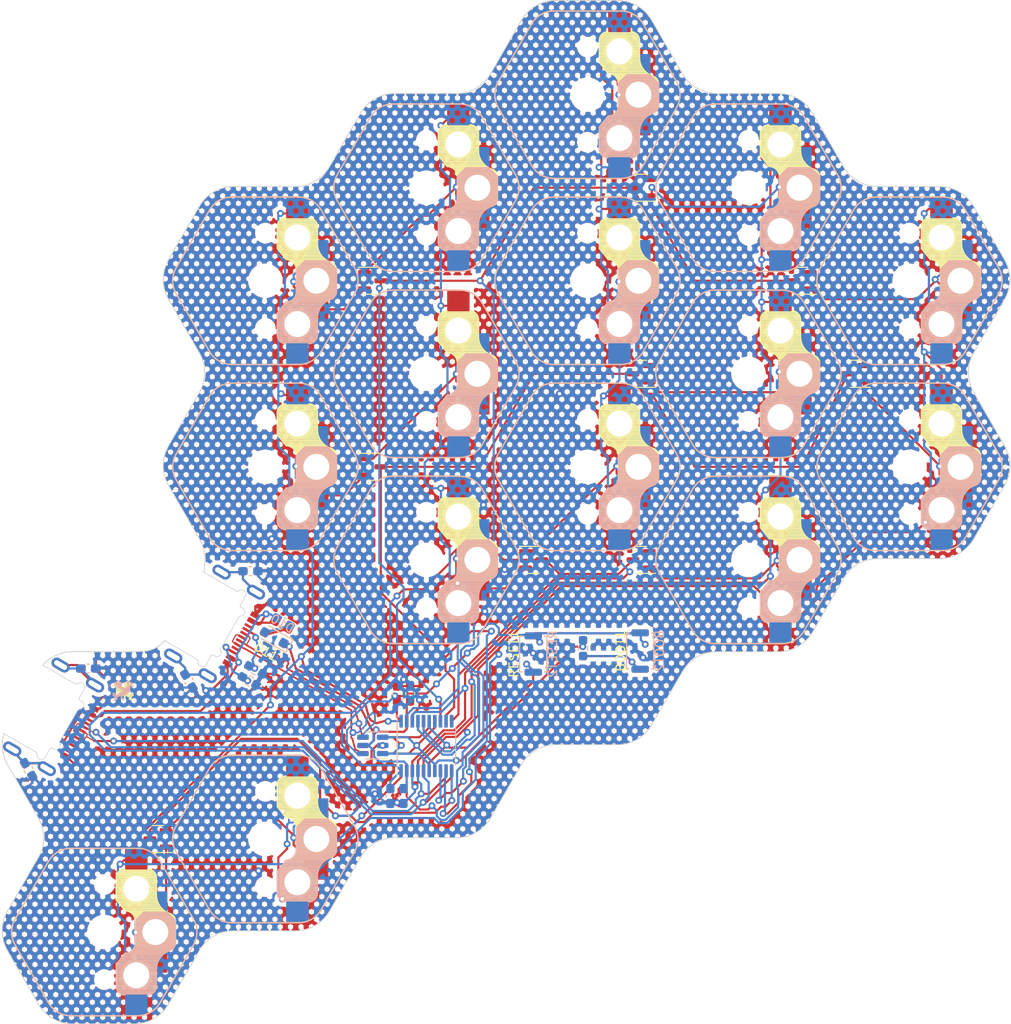
<source format=kicad_pcb>
(kicad_pcb
	(version 20240108)
	(generator "pcbnew")
	(generator_version "8.0")
	(general
		(thickness 1.6)
		(legacy_teardrops no)
	)
	(paper "A4")
	(layers
		(0 "F.Cu" signal)
		(31 "B.Cu" signal)
		(32 "B.Adhes" user "B.Adhesive")
		(33 "F.Adhes" user "F.Adhesive")
		(34 "B.Paste" user)
		(35 "F.Paste" user)
		(36 "B.SilkS" user "B.Silkscreen")
		(37 "F.SilkS" user "F.Silkscreen")
		(38 "B.Mask" user)
		(39 "F.Mask" user)
		(40 "Dwgs.User" user "User.Drawings")
		(41 "Cmts.User" user "User.Comments")
		(42 "Eco1.User" user "User.Eco1")
		(43 "Eco2.User" user "User.Eco2")
		(44 "Edge.Cuts" user)
		(45 "Margin" user)
		(46 "B.CrtYd" user "B.Courtyard")
		(47 "F.CrtYd" user "F.Courtyard")
		(48 "B.Fab" user)
		(49 "F.Fab" user)
		(50 "User.1" user)
		(51 "User.2" user)
		(52 "User.3" user)
		(53 "User.4" user)
		(54 "User.5" user)
		(55 "User.6" user)
		(56 "User.7" user)
		(57 "User.8" user)
		(58 "User.9" user)
	)
	(setup
		(pad_to_mask_clearance 0)
		(allow_soldermask_bridges_in_footprints no)
		(pcbplotparams
			(layerselection 0x00010fc_ffffffff)
			(plot_on_all_layers_selection 0x0000000_00000000)
			(disableapertmacros no)
			(usegerberextensions no)
			(usegerberattributes yes)
			(usegerberadvancedattributes yes)
			(creategerberjobfile yes)
			(dashed_line_dash_ratio 12.000000)
			(dashed_line_gap_ratio 3.000000)
			(svgprecision 4)
			(plotframeref no)
			(viasonmask no)
			(mode 1)
			(useauxorigin no)
			(hpglpennumber 1)
			(hpglpenspeed 20)
			(hpglpendiameter 15.000000)
			(pdf_front_fp_property_popups yes)
			(pdf_back_fp_property_popups yes)
			(dxfpolygonmode yes)
			(dxfimperialunits yes)
			(dxfusepcbnewfont yes)
			(psnegative no)
			(psa4output no)
			(plotreference yes)
			(plotvalue yes)
			(plotfptext yes)
			(plotinvisibletext no)
			(sketchpadsonfab no)
			(subtractmaskfromsilk no)
			(outputformat 1)
			(mirror no)
			(drillshape 0)
			(scaleselection 1)
			(outputdirectory "production-files/")
		)
	)
	(net 0 "")
	(net 1 "+3.3V")
	(net 2 "Net-(CH1-Pad2)")
	(net 3 "Net-(CH2-Pad2)")
	(net 4 "GND")
	(net 5 "Net-(CH4-Pad2)")
	(net 6 "Net-(CH5-Pad2)")
	(net 7 "+5V")
	(net 8 "Net-(CH6-Pad2)")
	(net 9 "c1")
	(net 10 "c2")
	(net 11 "unconnected-(D6-A-Pad2)")
	(net 12 "Net-(CH8-Pad2)")
	(net 13 "unconnected-(D7-A-Pad2)")
	(net 14 "Net-(CH9-Pad2)")
	(net 15 "unconnected-(D8-A-Pad2)")
	(net 16 "c3")
	(net 17 "c4")
	(net 18 "Net-(CH11-Pad2)")
	(net 19 "c5")
	(net 20 "Net-(CH13-Pad2)")
	(net 21 "Net-(CH14-Pad2)")
	(net 22 "r1")
	(net 23 "r2")
	(net 24 "r3")
	(net 25 "Net-(D10-A)")
	(net 26 "VBUS")
	(net 27 "unconnected-(U2-P11-Pad8)")
	(net 28 "unconnected-(U2-P10-Pad7)")
	(net 29 "RST")
	(net 30 "unconnected-(U1-P10-Pad7)")
	(net 31 "unconnected-(U1-P11-Pad8)")
	(net 32 "UDP")
	(net 33 "UDM")
	(net 34 "PORT-")
	(net 35 "PORT+")
	(net 36 "Net-(D11-A)")
	(net 37 "Net-(J3-SHIELD)")
	(net 38 "Net-(J3-CC1)")
	(net 39 "Net-(J3-CC2)")
	(net 40 "BOOT")
	(net 41 "Net-(CH7-Pad2)")
	(net 42 "Net-(CH10-Pad2)")
	(net 43 "Net-(CH3-Pad2)")
	(net 44 "Net-(CH15-Pad2)")
	(net 45 "Net-(CH12-Pad2)")
	(net 46 "unconnected-(U1-P12-Pad17)")
	(net 47 "unconnected-(U1-P13-Pad16)")
	(net 48 "unconnected-(J2-CC1-PadA5)")
	(net 49 "RX_L_TX_R")
	(net 50 "TX_L_RX_R")
	(net 51 "unconnected-(J2-CC2-PadB5)")
	(net 52 "Net-(J2-SHIELD)")
	(net 53 "unconnected-(U2-P31-Pad9)")
	(net 54 "unconnected-(U2-P30-Pad10)")
	(footprint "Capacitor_SMD:C_0603_1608Metric_Pad1.08x0.95mm_HandSolder" (layer "F.Cu") (at 63.480354 111.127422 -60))
	(footprint "Capacitor_SMD:C_0603_1608Metric_Pad1.08x0.95mm_HandSolder" (layer "F.Cu") (at 106.075604 102.322869 90))
	(footprint "Fuse:Fuse_0603_1608Metric_Pad1.05x0.95mm_HandSolder" (layer "F.Cu") (at 92.737756 94.390417 150))
	(footprint "s-ol:PG1350_hotswap_reversible" (layer "F.Cu") (at 72.239282 129.876369 90))
	(footprint "s-ol:PG1350_hotswap_reversible" (layer "F.Cu") (at 128.097925 54.626369 90))
	(footprint "s-ol:PG1350_hotswap_reversible" (layer "F.Cu") (at 109.478376 86.876369 90))
	(footprint "Resistor_SMD:R_0603_1608Metric_Pad0.98x0.95mm_HandSolder" (layer "F.Cu") (at 89.740556 99.58172 -30))
	(footprint "Capacitor_SMD:C_0603_1608Metric_Pad1.08x0.95mm_HandSolder" (layer "F.Cu") (at 89.128412 88.180929))
	(footprint "Package_TO_SOT_SMD:SOT-23" (layer "F.Cu") (at 103.27186 76.12637))
	(footprint "Capacitor_SMD:C_0603_1608Metric_Pad1.08x0.95mm_HandSolder" (layer "F.Cu") (at 82.016414 100.880928 -60))
	(footprint "s-ol:PG1350_hotswap_reversible"
		(layer "F.Cu")
		(uuid "66c963be-f03a-4c94-a1ed-48cce683553d")
		(at 90.858828 76.12637 90)
		(property "Reference" "CH2"
			(at 7.5 -5.9 90)
			(unlocked yes)
			(layer "F.SilkS")
			(hide yes)
			(uuid "d7db846f-49a1-43a3-90ee-38b8f195ff6c")
			(effects
				(font
					(size 1 1)
					(thickness 0.15)
				)
				(justify right)
			)
		)
		(property "Value" "choc_SW_HS"
			(at 0.35 1.9 90)
			(unlocked yes)
			(layer "F.Fab")
			(uuid "739d0cb8-2fc3-4e89-8697-f0073716a26c")
			(effects
				(font
					(size 1 1)
					(thickness 0.15)
				)
			)
		)
		(property "Footprint" "s-ol:PG1350_hotswap_reversible"
			(at 0 0 90)
			(unlocked yes)
			(layer "F.Fab")
			(hide yes)
			(uuid "920bde80-7815-4a95-a46c-dee9d3fbe637")
			(effects
				(font
					(size 1.27 1.27)
				)
			)
		)
		(property "Datasheet" ""
			(at 0 0 90)
			(unlocked yes)
			(layer "F.Fab")
			(hide yes)
			(uuid "a0010cb3-fc5e-4cf6-a0d5-cea7871d1234")
			(effects
				(font
					(size 1.27 1.27)
				)
			)
		)
		(property "Description" ""
			(at 0 0 90)
			(unlocked yes)
			(layer "F.Fab")
			(hide yes)
			(uuid "4d5b106b-b631-46f9-89e2-fccf83cb7ba3")
			(effects
				(font
					(size 1.27 1.27)
				)
			)
		)
		(path "/d4bdf8df-97e5-4f3c-98d7-90f9d499326f")
		(sheetname "Root")
		(sheetfile "nunchuck.kicad_sch")
		(attr smd)
		(fp_line
			(start 1.5 -10.305702)
			(end 8.174999 -6.451889)
			(stroke
				(width 0.15)
				(type solid)
			)
			(layer "B.SilkS")
			(uuid "62591023-0b78-49e5-8102-012fe5c4130e")
		)
		(fp_line
			(start -8.175 -6.451889)
			(end -1.499999 -10.305702)
			(stroke
				(width 0.15)
				(type solid)
			)
			(layer "B.SilkS")
			(uuid "5f243410-6987-412c-90d3-760394561d44")
		)
		(fp_line
			(start 9.674998 -3.853813)
			(end 9.675 3.853813)
			(stroke
				(width 0.15)
				(type solid)
			)
			(layer "B.SilkS")
			(uuid "e018cb85-0f83-4645-8f28-fb4c30c42f33")
		)
		(fp_line
			(start -3.725 1.375)
			(end -6.275 1.375)
			(stroke
				(width 0.15)
				(type solid)
			)
			(layer "B.SilkS")
			(uuid "f5c1f250-3433-472d-8967-418e67946143")
		)
		(fp_line
			(start -3.725 1.375)
			(end -2.45 2.4)
			(stroke
				(width 0.15)
				(type solid)
			)
			(layer "B.SilkS")
			(uuid "927f7c95-7978-4f40-8297-febd75ebd515")
		)
		(fp_line
			(start 1.3 3.575)
			(end -1.275 3.575)
			(stroke
				(width 0.15)
				(type solid)
			)
			(layer "B.SilkS")
			(uuid "3a167d6a-07dc-446a-9147-b0839f1e9440")
		)
		(fp_line
			(start 1.3 3.575)
			(end 2.325 4.6)
			(stroke
				(width 0.15)
				(type solid)
			)
			(layer "B.SilkS")
			(uuid "4388a5c3-e8c6-44c4-b524-52634dcd7f4d")
		)
		(fp_line
			(start -1.8 3.599999)
			(end -4.65 5.9)
			(stroke
				(width 0.12)
				(type solid)
			)
			(layer "B.SilkS")
			(uuid "5a0fa5d9-fb6a-4c8e-ac44-01c36ab70b19")
		)
		(fp_line
			(start 0.9 3.65)
			(end -1.8 7.95)
			(stroke
				(width 0.12)
				(type solid)
			)
			(layer "B.SilkS")
			(uuid "3ae4cf30-f04e-46a5-8849-c42c35d4ae62")
		)
		(fp_line
			(start -9.674998 3.853813)
			(end -9.674999 -3.853812)
			(stroke
				(width 0.15)
				(type solid)
			)
			(layer "B.SilkS")
			(uuid "d9f4df44-cc34-48ae-bd59-8714bfbd6c11")
		)
		(fp_line
			(start 2.3 4.575)
			(end 2.299999 7.225)
			(stroke
				(width 0.15)
				(type solid)
			)
			(layer "B.SilkS")
			(uuid "eb9ddb3b-4751-411a-b4a7-94977416fc9e")
		)
		(fp_line
			(start -7.15 5.5)
			(end -7.15 1.9)
			(stroke
				(width 0.15)
				(type solid)
			)
			(layer "B.SilkS")
			(uuid "a3c94653-d0d6-43e0-9d46-df7b429ae045")
		)
		(fp_line
			(start -7 5.7)
			(end -7 1.7)
			(stroke
				(width 0.15)
				(type solid)
			)
			(layer "B.SilkS")
			(uuid "033c92f0-05f6-4bcc-ab95-a1a312bead15")
		)
		(fp_line
			(start -6.85 5.8)
			(end -6.85 1.6)
			(stroke
				(width 0.15)
				(type solid)
			)
			(layer "B.SilkS")
			(uuid "c53968ac-8638-49ff-be68-e267432bdb64")
		)
		(fp_line
			(start -4.65 5.9)
			(end -4.65 1.4)
			(stroke
				(width 0.12)
				(type solid)
			)
			(layer "B.SilkS")
			(uuid "9f2cfd4c-a255-4d83-8a6e-409b7b6a31fb")
		)
		(fp_line
			(start -6.7 5.9)
			(end -6.7 1.5)
			(stroke
				(width 0.15)
				(type solid)
			)
			(layer "B.SilkS")
			(uuid "951e60cf-c8d8-480d-9d16-2396c97cac3f")
		)
		(fp_line
			(start -6.55 5.95)
			(end -6.55 1.45)
			(stroke
				(width 0.15)
				(type solid)
			)
			(layer "B.SilkS")
			(uuid "30f83d83-ada0-41ab-aaa0-74940a8ff4fb")
		)
		(fp_line
			(start -4.75 5.999999)
			(end -4.750001 1.4)
			(stroke
				(width 0.15)
				(type solid)
			)
			(layer "B.SilkS")
			(uuid "18544c30-c457-4da4-9d3e-52ce109a2256")
		)
		(fp_line
			(start -5.5 5.999999)
			(end -5.5 1.4)
			(stroke
				(width 0.15)
				(type solid)
			)
			(layer "B.SilkS")
			(uuid "021f438c-2ccc-4b6f-bc67-38a69547c818")
		)
		(fp_line
			(start -5.65 5.999999)
			(end -5.650001 1.4)
			(stroke
				(width 0.15)
				(type solid)
			)
			(layer "B.SilkS")
			(uuid "a5eb3120-7e99-4e26-ac30-1a46e817c1ca")
		)
		(fp_line
			(start -6.4 5.999999)
			(end -6.4 1.45)
			(stroke
				(width 0.15)
				(type solid)
			)
			(layer "B.SilkS")
			(uuid "ae40e372-fb8c-456a-8d0f-ccc259d58d15")
		)
		(fp_line
			(start -4.149999 6)
			(end -4.15 1.45)
			(stroke
				(width 0.15)
				(type solid)
			)
			(layer "B.SilkS")
			(uuid "da18b622-921a-4d4e-a00e-80f34d3380f4")
		)
		(fp_line
			(start -4.3 6)
			(end -4.3 1.4)
			(stroke
				(width 0.15)
				(type solid)
			)
			(layer "B.SilkS")
			(uuid "4c98f40d-3cb5-4051-9425-8964e474e04a")
		)
		(fp_line
			(start -4.45 6)
			(end -4.45 1.4)
			(stroke
				(width 0.15)
				(type solid)
			)
			(layer "B.SilkS")
			(uuid "6a9b7f0d-0268-47b8-95f9-d5716c05d90a")
		)
		(fp_line
			(start -4.6 6)
			(end -4.6 1.4)
			(stroke
				(width 0.15)
				(type solid)
			)
			(layer "B.SilkS")
			(uuid "7bb6eab1-fd23-4036-910b-d2557772f8de")
		)
		(fp_line
			(start -4.899999 6)
			(end -4.9 1.400001)
			(stroke
				(width 0.15)
				(type solid)
			)
			(layer "B.SilkS")
			(uuid "aabe9ae3-101b-446b-86d8-738f0d982992")
		)
		(fp_line
			(start -5.05 6)
			(end -5.05 1.400001)
			(stroke
				(width 0.15)
				(type solid)
			)
			(layer "B.SilkS")
			(uuid "09b37b05-7630-44d2-af10-560828eac656")
		)
		(fp_line
			(start -5.2 6)
			(end -5.2 1.4)
			(stroke
				(width 0.15)
				(type solid)
			)
			(layer "B.SilkS")
			(uuid "fe58c5fa-db76-40aa-a98f-4f0b4e814ca1")
		)
		(fp_line
			(start -5.35 6)
			(end -5.35 1.4)
			(stroke
				(width 0.15)
				(type solid)
			)
			(layer "B.SilkS")
			(uuid "b06383e3-3be0-4f68-82a8-99fbc3486e4b")
		)
		(fp_line
			(start -5.799999 6)
			(end -5.8 1.400001)
			(stroke
				(width 0.15)
				(type solid)
			)
			(layer "B.SilkS")
			(uuid "94427047-70d9-4b42-bee2-3583b1a5f059")
		)
		(fp_line
			(start -5.95 6)
			(end -5.95 1.4)
			(stroke
				(width 0.15)
				(type solid)
			)
			(layer "B.SilkS")
			(uuid "c9447c7a-c3ab-4130-93e6-ecbb3d3bdc60")
		)
		(fp_line
			(start -6.1 6)
			(end -6.1 1.4)
			(stroke
				(width 0.15)
				(type solid)
			)
			(layer "B.SilkS")
			(uuid "aae8e953-595c-4800-ab1e-26d9c996098b")
		)
		(fp_line
			(start -6.25 6)
			(end -6.25 1.4)
			(stroke
				(width 0.15)
				(type solid)
			)
			(layer "B.SilkS")
			(uuid "9569f20d-4304-4c1e-9fe6-851ae49e2711")
		)
		(fp_line
			(start -4.3 6.025)
			(end -6.275 6.025)
			(stroke
				(width 0.15)
				(type solid)
			)
			(layer "B.SilkS")
			(uuid "37bcd6f3-2ce9-42e3-acd4-4667ae8e00d4")
		)
		(fp_line
			(start -3.7 6.05)
			(end -3.7 1.45)
			(stroke
				(width 0.15)
				(type solid)
			)
			(layer "B.SilkS")
			(uuid "1979e851-47a6-481a-9eaf-e8290b0d6f4c")
		)
		(fp_line
			(start -3.85 6.05)
			(end -3.85 1.4)
			(stroke
				(width 0.15)
				(type solid)
			)
			(layer "B.SilkS")
			(uuid "c9c3ed07-f863-4cc2-abae-10998b6f9c0d")
		)
		(fp_line
			(start -4 6.05)
			(end -4.000001 1.4)
			(stroke
				(width 0.15)
				(type solid)
			)
			(layer "B.SilkS")
			(uuid "69c34c42-7138-4721-8a5c-62eb043128c9")
		)
		(fp_line
			(start -3.55 6.1)
			(end -3.55 1.55)
			(stroke
				(width 0.15)
				(type solid)
			)
			(layer "B.SilkS")
			(uuid "2b83110c-54cd-4156-b2d5-9dc23b0fc26f")
		)
		(fp_line
			(start -3.4 6.200001)
			(end -3.4 1.65)
			(stroke
				(width 0.15)
				(type solid)
			)
			(layer "B.SilkS")
			(uuid "2fd75816-13e5-4f55-b23f-c8502b038a33")
		)
		(fp_line
			(start -3.25 6.25)
			(end -3.250001 1.8)
			(stroke
				(width 0.15)
				(type solid)
			)
			(layer "B.SilkS")
			(uuid "c68e1377-8032-45de-8b8f-a34d721c959c")
		)
		(fp_line
			(start -3.1 6.35)
			(end -3.1 1.9)
			(stroke
				(width 0.15)
				(type solid)
			)
			(layer "B.SilkS")
			(uuid "b7a1d5cd-75f6-4ff7-8f6b-fb90d0145819")
		)
		(fp_line
			(start -2.95 6.45)
			(end -2.95 2.05)
			(stroke
				(width 0.15)
				(type solid)
			)
			(layer "B.SilkS")
			(uuid "59a2d0db-6980-427f-a9ba-5d533e5bd2b6")
		)
		(fp_line
			(start 8.175 6.451889)
			(end 1.499999 10.305702)
			(stroke
				(width 0.15)
				(type solid)
			)
			(layer "B.SilkS")
			(uuid "bb6173f4-3bc9-4634-a1e7-3ebfa20d4c3a")
		)
		(fp_line
			(start -2.8 6.55)
			(end -2.8 2.15)
			(stroke
				(width 0.15)
				(type solid)
			)
			(layer "B.SilkS")
			(uuid "83da6661-99a1-4735-9d34-96c43cc5514a")
		)
		(fp_line
			(start -2.65 6.7)
			(end -2.65 2.25)
			(stroke
				(width 0.15)
				(type solid)
			)
			(layer "B.SilkS")
			(uuid "1b5c3874-2e95-4c47-a297-d596e1470a54")
		)
		(fp_line
			(start -2.5 6.85)
			(end -2.5 2.4)
			(stroke
				(width 0.15)
				(type solid)
			)
			(layer "B.SilkS")
			(uuid "bd2b152a-5dc8-4c78-bdcf-65aafa0008c0")
		)
		(fp_line
			(start -2.4 7.05)
			(end -2.4 2.9)
			(stroke
				(width 0.15)
				(type solid)
			)
			(layer "B.SilkS")
			(uuid "f0d1ceff-9a22-4eea-adb4-d37ee138565f")
		)
		(fp_line
			(start -2.3 7.2)
			(end -2.299999 3.05)
			(stroke
				(width 0.15)
				(type solid)
			)
			(layer "B.SilkS")
			(uuid "224f2b8a-0a0d-4902-831f-b6ce4b8772ed")
		)
		(fp_line
			(start 2.15 7.35)
			(end 2.15 4.45)
			(stroke
				(width 0.15)
				(type solid)
			)
			(layer "B.SilkS")
			(uuid "c9a7d82d-deab-4383-b885-df5285f8308b")
		)
		(fp_line
			(start -2.2 7.4)
			(end -2.2 3.25)
			(stroke
				(width 0.15)
				(type solid)
			)
			(layer "B.SilkS")
			(uuid "09f4c09b-3008-4149-ae96-fbf6fca69ede")
		)
		(fp_line
			(start 2.05 7.45)
			(end 2.05 4.35)
			(stroke
				(width 0.15)
				(type solid)
			)
			(layer "B.SilkS")
			(uuid "02fb9d50-82a9-41ca-84d7-fc09f524f82d")
		)
		(fp_line
			(start 1.95 7.55)
			(end 1.95 4.25)
			(stroke
				(width 0.15)
				(type solid)
			)
			(layer "B.SilkS")
			(uuid "63cae397-1645-4e04-8db5-d65663eb7868")
		)
		(fp_line
			(start -2.1 7.55)
			(end -2.1 3.35)
			(stroke
				(width 0.15)
				(type solid)
			)
			(layer "B.SilkS")
			(uuid "c04c260b-bf59-4bfd-a803-defa6fbb305f")
		)
		(fp_line
			(start 1.85 7.65)
			(end 1.85 4.15)
			(stroke
				(width 0.15)
				(type solid)
			)
			(layer "B.SilkS")
			(uuid "859f3b31-345a-48f1-8476-f3b3294d401e")
		)
		(fp_line
			(start 1.7 7.8)
			(end 1.7 4)
			(stroke
				(width 0.15)
				(type solid)
			)
			(layer "B.SilkS")
			(uuid "3e4befbc-99aa-489c-b815-56d23150c3b8")
		)
		(fp_line
			(start -2 7.8)
			(end -2 3.4)
			(stroke
				(width 0.15)
				(type solid)
			)
			(layer "B.SilkS")
			(uuid "dbca23c8-a68a-4b50-a2b5-202a360276c7")
		)
		(fp_line
			(start 1.55 7.95)
			(end 1.55 3.85)
			(stroke
				(width 0.15)
				(type solid)
			)
			(layer "B.SilkS")
			(uuid "441f8677-f267-46ef-8dfe-04c72ff92641")
		)
		(fp_line
			(start -1.8 7.95)
			(end -1.8 3.599999)
			(stroke
				(width 0.12)
				(type solid)
			)
			(layer "B.SilkS")
			(uuid "08371e6d-9db2-4f61-a0f6-a429f4796d7b")
		)
		(fp_line
			(start -1.9 7.95)
			(end -1.9 3.45)
			(stroke
				(width 0.15)
				(type solid)
			)
			(layer "B.SilkS")
			(uuid "fe73f24c-7f4e-4741-ad5c-08ba2d4d2078")
		)
		(fp_line
			(start -1.75 8.050001)
			(end -1.75 3.5)
			(stroke
				(width 0.15)
				(type solid)
			)
			(layer "B.SilkS")
			(uuid "b3978101-17c5-4433-86c3-b2ac623ecbcb")
		)
		(fp_line
			(start 1.4 8.1)
			(end 1.4 3.7)
			(stroke
				(width 0.15)
				(type solid)
			)
			(layer "B.SilkS")
			(uuid "f244b395-78e4-4be6-a141-d2fab502e9ff")
		)
		(fp_line
			(start 0.9 8.1)
			(end 0.9 3.65)
			(stroke
				(width 0.12)
				(type solid)
			)
			(layer "B.SilkS")
			(uuid "2c4a335c-0542-458a-8e05-1e24bcf5ce22")
		)
		(fp_line
			(start -1.6 8.15)
			(end -1.6 3.599999)
			(stroke
				(width 0.15)
				(type solid)
			)
			(layer "B.SilkS")
			(uuid "1a8d80ca-49eb-4942-87db-6439e4d78da4")
		)
		(fp_line
			(start 1.25 8.2)
			(end 1.25 3.6)
			(stroke
				(width 0.15)
				(type solid)
			)
			(layer "B.SilkS")
			(uuid "c2cf2130-4b29-4aa7-8f45-d0d13bb739b5")
		)
		(fp_line
			(start 1.1 8.2)
			(end 1.1 3.6)
			(stroke
				(width 0.15)
				(type solid)
			)
			(layer "B.SilkS")
			(uuid "74df2178-51bf-47b0-b527-5f655ab0aa8b")
		)
		(fp_line
			(start 0.95 8.2)
			(end 0.95 3.6)
			(stroke
				(width 0.15)
				(type solid)
			)
			(layer "B.SilkS")
			(uuid "5e87bbef-01a5-49cc-afaa-fe07a85a8614")
		)
		(fp_line
			(start 0.8 8.2)
			(end 0.8 3.599999)
			(stroke
				(width 0.15)
				(type solid)
			)
			(layer "B.SilkS")
			(uuid "a6f175f4-a70d-499d-b6d2-fdd8be655ebc")
		)
		(fp_line
			(start 0.650001 8.2)
			(end 0.650001 3.6)
			(stroke
				(width 0.15)
				(type solid)
			)
			(layer "B.SilkS")
			(uuid "2038a3f3-3865-44c0-9cc3-a23c11cafc31")
		)
		(fp_line
			(start 0.5 8.2)
			(end 0.5 3.6)
			(stroke
				(width 0.15)
				(type solid)
			)
			(layer "B.SilkS")
			(uuid "490c01d2-eb44-4481-8128-0b83ccbcf9e0")
		)
		(fp_line
			(start 0.35 8.2)
			(end 0.35 3.6)
			(stroke
				(width 0.15)
				(type solid)
			)
			(layer "B.SilkS")
			(uuid "12d83ad9-6c86-4f4c-b6f3-1e99ab60667e")
		)
		(fp_line
			(start 0.2 8.2)
			(end 0.2 3.6)
			(stroke
				(width 0.15)
				(type solid)
			)
			(layer "B.SilkS")
			(uuid "ec22e9c1-23e2-43d1-b0c7-a7952bfaa5b9")
		)
		(fp_line
			(start 0.05 8.2)
			(end 0.05 3.599999)
			(stroke
				(width 0.15)
				(type solid)
			)
			(layer "B.SilkS")
			(uuid "5cb443c5-39a5-4c28-a02c-856a3804a333")
		)
		(fp_line
			(start -0.1 8.2)
			(end -0.1 3.599999)
			(stroke
				(width 0.15)
				(type solid)
			)
			(layer "B.SilkS")
			(uuid "4b3439ab-5802-419f-a9a7-267d574a65fa")
		)
		(fp_line
			(start -0.25 8.2)
			(end -0.249999 3.6)
			(stroke
				(width 0.15)
				(type solid)
			)
			(layer "B.SilkS")
			(uuid "51f62873-a20b-4a19-8ffb-966a7a765f7d")
		)
		(fp_line
			(start -0.4 8.2)
			(end -0.4 3.6)
			(stroke
				(width 0.15)
				(type solid)
			)
			(layer "B.SilkS")
			(uuid "31a3b2d1-c889-463a-9302-8c4a47f2a185")
		)
		(fp_line
			(start -0.55 8.2)
			(end -0.55 3.6)
			(stroke
				(width 0.15)
				(type solid)
			)
			(layer "B.SilkS")
			(uuid "958930b4-e78d-4486-a616-cea127f1d4da")
		)
		(fp_line
			(start -0.7 8.2)
			(end -0.7 3.599999)
			(stroke
				(width 0.15)
				(type solid)
			)
			(layer "B.SilkS")
			(uuid "91d4e5a7-1f18-49ec-bd0b-abe87baaf803")
		)
		(fp_line
			(start -0.85 8.2)
			(end -0.85 3.599999)
			(stroke
				(width 0.15)
				(type solid)
			)
			(layer "B.SilkS")
			(uuid "07c9f34b-daec-4510-a3ae-0bff15813a0f")
		)
		(fp_line
			(start -0.999999 8.2)
			(end -0.999999 3.6)
			(stroke
				(width 0.15)
				(type solid)
			)
			(layer "B.SilkS")
			(uuid "832e0452-590d-4bef-913c-85cba94a8077")
		)
		(fp_line
			(start -1.15 8.2)
			(end -1.15 3.65)
			(stroke
				(width 0.15)
				(type solid)
			)
			(layer "B.SilkS")
			(uuid "19f5270a-2cde-4076-b655-b5efbfc56f5b")
		)
		(fp_line
			(start -1.3 8.2)
			(end -1.3 3.6)
			(stroke
				(width 0.15)
				(type solid)
			)
			(layer "B.SilkS")
			(uuid "a358cbf7-5b51-4e31-bf35-e06b202e9512")
		)
		(fp_line
			(start -1.45 8.2)
			(end -1.45 3.6)
			(stroke
				(width 0.15)
				(type solid)
			)
			(layer "B.SilkS")
			(uuid "a4a9f118-b35e-4a3a-bc41-7eaae5cc06c6")
		)
		(fp_line
			(start 1.3 8.225)
			(end 2.325 7.2)
			(stroke
				(width 0.15)
				(type solid)
			)
			(layer "B.SilkS")
			(uuid "420c07e7-6761-4247-8b4b-8ac3fc7c66b2")
		)
		(fp_line
			(start 1.3 8.225)
			(end -1.3 8.225)
			(stroke
				(width 0.15)
				(type solid)
			)
			(layer "B.SilkS")
			(uuid "4cd9fbe1-9b85-43ca-bba0-214e8fcaecf0")
		)
		(fp_line
			(start -1.5 10.305702)
			(end -8.175 6.451889)
			(stroke
				(width 0.15)
				(type solid)
			)
			(layer "B.SilkS")
			(uuid "286c02ab-1a52-4501-9005-1af108897a3d")
		)
		(fp_arc
			(start -1.499999 -10.305702)
			(mid 0.000001 -10.707625)
			(end 1.5 -10.305701)
			(stroke
				(width 0.15)
				(type solid)
			)
			(layer "B.SilkS")
			(uuid "1dc360b6-2042-49c1-b77e-d4e73dc5b554")
		)
		(fp_arc
			(start 8.174999 -6.451889)
			(mid 9.27308 -5.353815)
			(end 9.674998 -3.853813)
			(stroke
				(width 0.15)
				(type solid)
			)
			(layer "B.SilkS")
			(uuid "47bfb3db-7be9-4a42-87cb-10d5f4e6033e")
		)
		(fp_arc
			(start -9.675 -3.853813)
			(mid -9.273081 -5.353816)
			(end -8.175 -6.451889)
			(stroke
				(width 0.15)
				(type solid)
			)
			(layer "B.SilkS")
			(uuid "2ae4fbfd-44aa-4e98-8e11-fa1b046d36f2")
		)
		(fp_arc
			(start -7.275 2.375)
			(mid -6.982107 1.667893)
			(end -6.275 1.375)
			(stroke
				(width 0.15)
				(type solid)
			)
			(layer "B.SilkS")
			(uuid "40cd5006-bd34-4ae2-85b5-844a34dacc63")
		)
		(fp_arc
			(start -1.275 3.575)
			(mid -2.10585 3.23085)
			(end -2.45 2.4)
			(stroke
				(width 0.15)
				(type solid)
			)
			(layer "B.SilkS")
			(uuid "7b8fc860-9a7d-481e-9931-4f2461a20071")
		)
		(fp_arc
			(start 9.675 3.853813)
			(mid 9.273075 5.353812)
			(end 8.175 6.451889)
			(stroke
				(width 0.15)
				(type solid)
			)
			(layer "B.SilkS")
			(uuid "713fa7a1-f57f-464c-9291-eb6fd936bd87")
		)
		(fp_arc
			(start -4.3 6.025)
			(mid -2.995114 6.436429)
			(end -2.162199 7.521904)
			(stroke
				(width 0.15)
				(type solid)
			)
			(layer "B.SilkS")
			(uuid "088575ec-48cf-45ff-8dfa-93e769778d95")
		)
		(fp_arc
			(start -6.275 6.025)
			(mid -6.982107 5.732107)
			(end -7.275 5.025)
			(stroke
				(width 0.15)
				(type solid)
			)
			(layer "B.SilkS")
			(uuid "e5d9fc68-a881-440d-8cb0-b8df91b6a1aa")
		)
		(fp_arc
			(start -8.175 6.451889)
			(mid -9.273078 5.353814)
			(end -9.675 3.853813)
			(stroke
				(width 0.15)
				(type solid)
			)
			(layer "B.SilkS")
			(uuid "b3c5028b-7e38-4598-b7fa-8851d45268fe")
		)
		(fp_arc
			(start -1.300995 8.223791)
			(mid -1.848285 8.016022)
			(end -2.162199 7.521904)
			(stroke
				(width 0.15)
				(type solid)
			)
			(layer "B.SilkS")
			(uuid "96e98398-c3eb-457f-b355-945590f32f04")
		)
		(fp_arc
			(start 1.499999 10.305702)
			(mid -0.000001 10.707626)
			(end -1.5 10.305701)
			(stroke
				(width 0.15)
				(type solid)
			)
			(layer "B.SilkS")
			(uuid "c39e229d-4361-4d27-b59f-d59b73cf6b0a")
		)
		(fp_line
			(start -1.5 -10.305702)
			(end -8.174999 -6.451889)
			(stroke
				(width 0.15)
				(type solid)
			)
			(layer "F.SilkS")
			(uuid "151d5a55-3ff9-4070-b5d7-d4661b173674")
		)
		(fp_line
			(start 8.175 -6.451889)
			(end 1.499999 -10.305702)
			(stroke
				(width 0.15)
				(type solid)
			)
			(layer "F.SilkS")
			(uuid "ac50d9bb-5708-4b1c-a300-d37a07fd8155")
		)
		(fp_line
			(start -9.674999 -3.853812)
			(end -9.675 3.853813)
			(stroke
				(width 0.15)
				(type solid)
			)
			(layer "F.SilkS")
			(uuid "8f871be2-6cd1-4291-abb7-7486f4aef1e9")
		)
		(fp_line
			(start 3.725 1.375)
			(end 6.275 1.375)
			(stroke
				(width 0.15)
				(type solid)
			)
			(layer "F.SilkS")
			(uuid "70893e35-c944-4b22-8f56-014d53af0ad6")
		)
		(fp_line
			(start 3.725 1.375)
			(end 2.45 2.4)
			(stroke
				(width 0.15)
				(type solid)
			)
			(layer "F.SilkS")
			(uuid "a7e9cf70-645d-4eee-a0e5-bcec62917d2c")
		)
		(fp_line
			(start -1.3 3.575)
			(end 1.275 3.575)
			(stroke
				(width 0.15)
				(type solid)
			)
			(layer "F.SilkS")
			(uuid "fef30854-a0aa-4b46-9440-2594dcb43da9")
		)
		(fp_line
			(start -1.3 3.575)
			(end -2.325 4.6)
			(stroke
				(width 0.15)
				(type solid)
			)
			(layer "F.SilkS")
			(uuid "e708cdaf-8ca4-4ed7-83ce-53e75196399a")
		)
		(fp_line
			(start 1.8 3.6)
			(end 4.65 5.9)
			(stroke
				(width 0.12)
				(type solid)
			)
			(layer "F.SilkS")
			(uuid "72f596ad-2c93-405f-9196-71beae74c8c7")
		)
		(fp_line
			(start -0.9 3.65)
			(end 1.8 7.95)
			(stroke
				(width 0.12)
				(type solid)
			)
			(layer "F.SilkS")
			(uuid "85c89451-9a96-4bef-84fa-2907481d8069")
		)
		(fp_line
			(start 9.674999 3.853812)
			(end 9.674998 -3.853813)
			(stroke
				(width 0.15)
				(type solid)
			)
			(layer "F.SilkS")
			(uuid "c999ad81-42c2-4a7f-bf24-570312b0baa1")
		)
		(fp_line
			(start -2.3 4.575)
			(end -2.3 7.225001)
			(stroke
				(width 0.15)
				(type solid)
			)
			(layer "F.SilkS")
			(uuid "a0a8bc9f-97ba-4857-b62a-946ecbd1a0d7")
		)
		(fp_line
			(start 7.15 5.5)
			(end 7.15 1.9)
			(stroke
				(width 0.15)
				(type solid)
			)
			(layer "F.SilkS")
			(uuid "42588d05-c088-4056-8824-f6354e419e15")
		)
		(fp_line
			(start 7 5.7)
			(end 7 1.7)
			(stroke
				(width 0.15)
				(type solid)
			)
			(layer "F.SilkS")
			(uuid "109f3b2e-6d85-4009-aa30-37ec6a55d4bb")
		)
		(fp_line
			(start 6.85 5.8)
			(end 6.85 1.6)
			(stroke
				(width 0.15)
				(type solid)
			)
			(layer "F.SilkS")
			(uuid "2a3d1e1b-aba9-458e-b854-16a82aa28417")
		)
		(fp_line
			(start 6.7 5.9)
			(end 6.7 1.5)
			(stroke
				(width 0.15)
				(type solid)
			)
			(layer "F.SilkS")
			(uuid "608c0d28-99fd-4b0e-9963-d8addb64ab96")
		)
		(fp_line
			(start 4.65 5.9)
			(end 4.65 1.4)
			(stroke
				(width 0.12)
				(type solid)
			)
			(layer "F.SilkS")
			(uuid "081e8a56-a8fb-4338-8357-02ee741504e7")
		)
		(fp_line
			(start 6.55 5.95)
			(end 6.55 1.45)
			(stroke
				(width 0.15)
				(type solid)
			)
			(layer "F.SilkS")
			(uuid "ab09186d-a12d-4e93-9b3f-09afeb681156")
		)
		(fp_line
			(start 5.8 5.999999)
			(end 5.799999 1.4)
			(stroke
				(width 0.15)
				(type solid)
			)
			(layer "F.SilkS")
			(uuid "29450c33-7043-4cf6-9bbb-038884872a28")
		)
		(fp_line
			(start 5.05 5.999999)
			(end 5.05 1.4)
			(stroke
				(width 0.15)
				(type solid)
			)
			(layer "F.SilkS")
			(uuid "62c19db3-d3fb-4b50-adae-b63d6612ca7a")
		)
		(fp_line
			(start 4.9 5.999999)
			(end 4.899999 1.4)
			(stroke
				(width 0.15)
				(type solid)
			)
			(layer "F.SilkS")
			(uuid "96b2643b-e64e-4b75-97d0-abd4c100863b")
		)
		(fp_line
			(start 4.15 5.999999)
			(end 4.15 1.45)
			(stroke
				(width 0.15)
				(type solid)
			)
			(layer "F.SilkS")
			(uuid "36a4f756-b75b-445e-96c6-3757ba799cb4")
		)
		(fp_line
			(start 6.400001 6)
			(end 6.4 1.45)
			(stroke
				(width 0.15)
				(type solid)
			)
			(layer "F.SilkS")
			(uuid "916f87fe-f3c7-4a76-bb7f-cdbe39e03bd4")
		)
		(fp_line
			(start 6.25 6)
			(end 6.25 1.4)
			(stroke
				(width 0.15)
				(type solid)
			)
			(layer "F.SilkS")
			(uuid "7aa92f29-c2ea-4c0f-9c1d-b764ec14b722")
		)
		(fp_line
			(start 6.1 6)
			(end 6.1 1.4)
			(stroke
				(width 0.15)
				(type solid)
			)
			(layer "F.SilkS")
			(uuid "cb4d3788-0b91-4717-8cfc-8e7edd57ad18")
		)
		(fp_line
			(start 5.95 6)
			(end 5.95 1.4)
			(stroke
				(width 0.15)
				(type solid)
			)
			(layer "F.SilkS")
			(uuid "260809a5-4d00-4dbf-a1b4-fdfc2a64b7e8")
		)
		(fp_line
			(start 5.650001 6)
			(end 5.65 1.400001)
			(stroke
				(width 0.15)
				(type solid)
			)
			(layer "F.SilkS")
			(uuid "73a09ff3-c6fb-4e9d-a6f5-ebfbcf4592f4")
		)
		(fp_line
			(start 5.5 6)
			(end 5.5 1.400001)
			(stroke
				(width 0.15)
				(type solid)
			)
			(layer "F.SilkS")
			(uuid "d70ad0f1-442a-48bd-9103-8e5894849446")
		)
		(fp_line
			(start 5.35 6)
			(end 5.35 1.4)
			(stroke
				(width 0.15)
				(type solid)
			)
			(layer "F.SilkS")
			(uuid "88f02f01-7a73-4eb6-93e5-7457c9da3e6d")
		)
		(fp_line
			(start 5.2 6)
			(end 5.2 1.4)
			(stroke
				(width 0.15)
				(type solid)
			)
			(layer "F.SilkS")
			(uuid "dfb6d858-7f8e-4b88-8aa7-565b73f58188")
		)
		(fp_line
			(start 4.75 6)
			(end 4.75 1.400001)
			(stroke
				(width 0.15)
				(type solid)
			)
			(layer "F.SilkS")
			(uuid "271b5b29-3fe6-431d-a3ff-1e9445f20750")
		)
		(fp_line
			(start 4.6 6)
			(end 4.6 1.4)
			(stroke
				(width 0.15)
				(type solid)
			)
			(layer "F.SilkS")
			(uuid "53cb7aba-ea5a-40c9-8216-0cb9799ba24e")
		)
		(fp_line
			(start 4.45 6)
			(end 4.45 1.4)
			(stroke
				(width 0.15)
				(type solid)
			)
			(layer "F.SilkS")
			(uuid "5c9223ce-76e2-46ee-8eda-00079ff0f445")
		)
		(fp_line
			(start 4.3 6)
			(end 4.3 1.4)
			(stroke
				(width 0.15)
				(type solid)
			)
			(layer "F.SilkS")
			(uuid "08999979-98ca-4fa4-b922-45ab635f6b53")
		)
		(fp_line
			(start 4.3 6.025)
			(end 6.275 6.025)
			(stroke
				(width 0.15)
				(type solid)
			)
			(layer "F.SilkS")
			(uuid "5bd86801-7798-41d4-958d-e30975369f41")
		)
		(fp_line
			(start 4 6.05)
			(end 4 1.400001)
			(stroke
				(width 0.15)
				(type solid)
			)
			(layer "F.SilkS")
			(uuid "ebf36079-2957-4f17-a85e-a7fe3431ce55")
		)
		(fp_line
			(start 3.85 6.05)
			(end 3.85 1.4)
			(stroke
				(width 0.15)
				(type solid)
			)
			(layer "F.SilkS")
			(uuid "0ad623c8-eec0-4e06-a8d7-38ae5d753ee5")
		)
		(fp_line
			(start 3.7 6.05)
			(end 3.7 1.45)
			(stroke
				(width 0.15)
				(type solid)
			)
			(layer "F.SilkS")
			(uuid "959171cf-4d5b-424c-a453-42a1b8650f7e")
		)
		(fp_line
			(start 3.55 6.1)
			(end 3.55 1.55)
			(stroke
				(width 0.15)
				(type solid)
			)
			(layer "F.SilkS")
			(uuid "9c1a8d9d-3dcd-4b83-a0ad-a42e3f77ef05")
		)
		(fp_line
			(start 3.399999 6.2)
			(end 3.4 1.65)
			(stroke
				(width 0.15)
				(type solid)
			)
			(layer "F.SilkS")
			(uuid "fdf8514d-a05d-4ed2-a346-625c575db5fe")
		)
		(fp_line
			(start 3.25 6.25)
			(end 3.25 1.8)
			(stroke
				(width 0.15)
				(type solid)
			)
			(layer "F.SilkS")
			(uuid "7e51c0f6-7ca8-4981-b788-0b3718c4ea8a")
		)
		(fp_line
			(start 3.1 6.35)
			(end 3.1 1.9)
			(stroke
				(width 0.15)
				(type solid)
			)
			(layer "F.SilkS")
			(uuid "5044f1a0-be10-4cb8-8eb9-2531df53640f")
		)
		(fp_line
			(start 2.95 6.45)
			(end 2.95 2.05)
			(stroke
				(width 0.15)
				(type solid)
			)
			(layer "F.SilkS")
			(uuid "86f33e80-30a5-41dc-a4d1-21a2ab596036")
		)
		(fp_line
			(start -8.175 6.451889)
			(end -1.499999 10.305702)
			(stroke
				(width 0.15)
				(type solid)
			)
			(layer "F.SilkS")
			(uuid "5d94d8f7-1f41-4e3a-b54c-5b9efc75ea2b")
		)
		(fp_line
			(start 2.8 6.55)
			(end 2.8 2.15)
			(stroke
				(width 0.15)
				(type solid)
			)
			(layer "F.SilkS")
			(uuid "6a58ff03-8f90-4651-8719-3657c2be00bc")
		)
		(fp_line
			(start 2.65 6.7)
			(end 2.65 2.25)
			(stroke
				(width 0.15)
				(type solid)
			)
			(layer "F.SilkS")
			(uuid "6b33a2a2-9421-4af0-b6c1-ea8610874a97")
		)
		(fp_line
			(start 2.5 6.85)
			(end 2.5 2.4)
			(stroke
				(width 0.15)
				(type solid)
			)
			(layer "F.SilkS")
			(uuid "d0d24907-9c9b-4537-80b8-88614ea1fb68")
		)
		(fp_line
			(start 2.4 7.05)
			(end 2.4 2.9)
			(stroke
				(width 0.15)
				(type solid)
			)
			(layer "F.SilkS")
			(uuid "b5f01b57-c2b1-4fad-8758-764591a1b40e")
		)
		(fp_line
			(start 2.3 7.2)
			(end 2.3 3.049999)
			(stroke
				(width 0.15)
				(type solid)
			)
			(layer "F.SilkS")
			(uuid "ad9dbf7a-284c-48f6-acc6-d0b49f2b797b")
		)
		(fp_line
			(start -2.15 7.35)
			(end -2.15 4.45)
			(stroke
				(width 0.15)
				(type solid)
			)
			(layer "F.SilkS")
			(uuid "ea9f68c3-2c2f-4757-80f2-70d561330543")
		)
		(fp_line
			(start 2.2 7.4)
			(end 2.2 3.25)
			(stroke
				(width 0.15)
				(type solid)
			)
			(layer "F.SilkS")
			(uuid "6ebb3292-e35d-464f-99be-5b4a6fb71e1b")
		)
		(fp_line
			(start -2.05 7.45)
			(end -2.05 4.35)
			(stroke
				(width 0.15)
				(type solid)
			)
			(layer "F.SilkS")
			(uuid "c67fcabf-dfb3-404e-9afb-ad43eef53f68")
		)
		(fp_line
			(start 2.1 7.55)
			(end 2.1 3.35)
			(stroke
				(width 0.15)
				(type solid)
			)
			(layer "F.SilkS")
			(uuid "17af4324-a938-46ff-b929-8192a9f21abb")
		)
		(fp_line
			(start -1.950001 7.55)
			(end -1.95 4.25)
			(stroke
				(width 0.15)
				(type solid)
			)
			(layer "F.SilkS")
			(uuid "8f4c3ed4-122e-46f1-8dfc-cb00af907d5b")
		)
		(fp_line
			(start -1.85 7.65)
			(end -1.85 4.15)
			(stroke
				(width 0.15)
				(type solid)
			)
			(layer "F.SilkS")
			(uuid "eefb9885-a535-4b4c-9f43-14908870e828")
		)
		(fp_line
			(start 2 7.8)
			(end 2 3.4)
			(stroke
				(width 0.15)
				(type solid)
			)
			(layer "F.SilkS")
			(uuid "0d5cad22-8359-453c-82f7-b69aa307132b")
		)
		(fp_line
			(start -1.7 7.8)
			(end -1.7 4)
			(stroke
				(width 0.15)
				(type solid)
			)
			(layer "F.SilkS")
			(uuid "88313266-bdd6-4cc2-af31-c80006baf49b")
		)
		(fp_line
			(start 1.9 7.95)
			(end 1.9 3.45)
			(stroke
				(width 0.15)
				(type solid)
			)
			(layer "F.SilkS")
			(uuid "38066803-7105-4762-a176-3e06226138dd")
		)
		(fp_line
			(start 1.8 7.95)
			(end 1.8 3.6)
			(stroke
				(width 0.12)
				(type solid)
			)
			(layer "F.SilkS")
			(uuid "8a629d5d-e8e2-4226-a0ca-4993b42fefdd")
		)
		(fp_line
			(start -1.55 7.95)
			(end -1.55 3.85)
			(stroke
				(width 0.15)
				(type solid)
			)
			(layer "F.SilkS")
			(uuid "9b329623-3c22-45b7-8d0b-9f8bb31f840a")
		)
		(fp_line
			(start 1.749999 8.05)
			(end 1.75 3.5)
			(stroke
				(width 0.15)
				(type solid)
			)
			(layer "F.SilkS")
			(uuid "67ae9f05-7bf9-4abc-9bfd-444f88ea925b")
		)
		(fp_line
			(start -0.9 8.1)
			(end -0.9 3.65)
			(stroke
				(width 0.12)
				(type solid)
			)
			(layer "F.SilkS")
			(uuid "26bfed08-f540-42b0-aa22-ac2fef024af6")
		)
		(fp_line
			(start -1.4 8.1)
			(end -1.4 3.7)
			(stroke
				(width 0.15)
				(type solid)
			)
			(layer "F.SilkS")
			(uuid "e757a168-3243-4b87-93e5-d547e43211ce")
		)
		(fp_line
			(start 1.6 8.15)
			(end 1.600001 3.6)
			(stroke
				(width 0.15)
				(type solid)
			)
			(layer "F.SilkS")
			(uuid "66f6b17c-b805-484e-88b4-f884c6e8bd07")
		)
		(fp_line
			(start -0.65 8.199999)
			(end -0.65 3.599999)
			(stroke
				(width 0.15)
				(type solid)
			)
			(layer "F.SilkS")
			(uuid "4b11c077-d6ba-412a-8796-e2f2763a8e36")
		)
		(fp_line
			(start 1.45 8.2)
			(end 1.45 3.6)
			(stroke
				(width 0.15)
				(type solid)
			)
			(layer "F.SilkS")
			(uuid "b441ddc2-a8e2-483a-8a6f-151cac851f35")
		)
		(fp_line
			(start 1.3 8.2)
			(end 1.3 3.6)
			(stroke
				(width 0.15)
				(type solid)
			)
			(layer "F.SilkS")
			(uuid "ca5e27f5-4320-4ad0-befb-fdf7ce6f9ec0")
		)
		(fp_line
			(start 1.15 8.2)
			(end 1.15 3.65)
			(stroke
				(width 0.15)
				(type solid)
			)
			(layer "F.SilkS")
			(uuid "efc1dacb-ac05-47f2-9374-596a3134d739")
		)
		(fp_line
			(start 1 8.2)
			(end 1 3.599999)
			(stroke
				(width 0.15)
				(type solid)
			)
			(layer "F.SilkS")
			(uuid "3b50b100-c454-486a-ab6d-f312ceee30cd")
		)
		(fp_line
			(start 0.850001 8.2)
			(end 0.850001 3.6)
			(stroke
				(width 0.15)
				(type solid)
			)
			(layer "F.SilkS")
			(uuid "f8fea384-3b6e-49f3-be47-3129815aa489")
		)
		(fp_line
			(start 0.7 8.2)
			(end 0.7 3.6)
			(stroke
				(width 0.15)
				(type solid)
			)
			(layer "F.SilkS")
			(uuid "f54d98ab-482f-4f37-9ab8-f2c27232933e")
		)
		(fp_line
			(start 0.55 8.2)
			(end 0.55 3.6)
			(stroke
				(width 0.15)
				(type solid)
			)
			(layer "F.SilkS")
			(uuid "662fe8dd-d0e1-4f3e-9781-2d782a2c416a")
		)
		(fp_line
			(start 0.4 8.2)
			(end 0.4 3.6)
			(stroke
				(width 0.15)
				(type solid)
			)
			(layer "F.SilkS")
			(uuid "3792d87c-e41f-440b-a403-e464d5525822")
		)
		(fp_line
			(start 0.25 8.2)
			(end 0.25 3.599999)
			(stroke
				(width 0.15)
				(type solid)
			)
			(layer "F.SilkS")
			(uuid "b1149071-aaa3-46ae-9029-15625d070477")
		)
		(fp_line
			(start 0.100001 8.2)
			(end 0.100001 3.6)
			(stroke
				(width 0.15)
				(type solid)
			)
			(layer "F.SilkS")
			(uuid "a33cad21-db57-44f5-8432-9f5a220188ac")
		)
		(fp_line
			(start -0.05 8.2)
			(end -0.05 3.6)
			(stroke
				(width 0.15)
				(type solid)
			)
			(layer "F.SilkS")
			(uuid "6d928f75-d776-4089-95fc-ecdf51c10c6d")
		)
		(fp_line
			(start -0.2 8.2)
			(end -0.2 3.6)
			(stroke
				(width 0.15)
				(type solid)
			)
			(layer "F.SilkS")
			(uuid "1cac13ff-e006-4c76-a53c-a2c641dc2f80")
		)
		(fp_line
			(start -0.35 8.2)
			(end -0.35 3.6)
			(stroke
				(width 0.15)
				(type solid)
			)
			(layer "F.SilkS")
			(uuid "26c17be1-d110-4001-895b-608b61c8c546")
		)
		(fp_line
			(start -0.5 8.2)
			(end -0.5 3.599999)
			(stroke
				(width 0.15)
				(type solid)
			)
			(layer "F.SilkS")
			(uuid "c647c260-ddb8-4ca4-8b21-222bf9fa3556")
		)
		(fp_line
			(start -0.8 8.2)
			(end -0.799999 3.6)
			(stroke
				(width 0.15)
				(type solid)
			)
			(layer "F.SilkS")
			(uuid "5349d31c-3fcb-435f-8daa-12f3c36e05d0")
		)
		(fp_line
			(start -0.95 8.2)
			(end -0.95 3.6)
			(stroke
				(width 0.15)
				(type solid)
			)
			(layer "F.SilkS")
			(uuid "d596eade-f839-47f3-8422-37eae584dc9a")
		)
		(fp_line
			(start -1.1 8.2)
			(end -1.1 3.6)
			(stroke
				(width 0.15)
				(type solid)
			)
			(layer "F.SilkS")
			(uuid "bfc975af-a33b-4fd5-954e-2eae631789ca")
		)
		(fp_line
			(start -1.25 8.2)
			(end -1.25 3.599999)
			(stroke
				(width 0.15)
				(type solid)
			)
			(layer "F.SilkS")
			(uuid "c2339c7d-edd6-4d7d-a0a1-93977fdd1817")
		)
		(fp_line
			(start -1.3 8.225)
			(end -2.325 7.2)
			(stroke
				(width 0.15)
				(type solid)
			)
			(layer "F.SilkS")
			(uuid "00d1e0fb-7b40-47ee-9f39-aa2e715dcda7")
		)
		(fp_line
			(start -1.3 8.225)
			(end 1.3 8.225)
			(stroke
				(width 0.15)
				(type solid)
			)
			(layer "F.SilkS")
			(uuid "a97a095f-314b-41d6-8cf5-be35e5c3e02d")
		)
		(fp_line
			(start 1.5 10.305702)
			(end 8.175 6.451889)
			(stroke
				(width 0.15)
				(type solid)
			)
			(layer "F.SilkS")
			(uuid "d02941c1-207c-4ceb-aead-d0055aaf567b")
		)
		(fp_arc
			(start -1.5 -10.305701)
			(mid -0.000001 -10.707625)
			(end 1.499999 -10.305702)
			(stroke
				(width 0.15)
				(type solid)
			)
			(layer "F.SilkS")
			(uuid "b5a2baa1-dd3e-4ec2-be2f-f9203ff72653")
		)
		(fp_arc
			(start 8.175 -6.451889)
			(mid 9.27308 -5.353815)
			(end 9.675 -3.853813)
			(stroke
				(width 0.15)
				(type solid)
			)
			(layer "F.SilkS")
			(uuid "42faedfe-0741-497a-a1d2-348317c1e8ef")
		)
		(fp_arc
			(start -9.674999 -3.853812)
			(mid -9.273075 -5.353812)
			(end -8.174999 -6.451889)
			(stroke
				(width 0.15)
				(type solid)
			)
			(layer "F.SilkS")
			(uuid "fd854a17-3ae3-4e2d-8721-8dad3118f5e3")
		)
		(fp_arc
			(start 6.275 1.375)
			(mid 6.982107 1.667893)
			(end 7.275 2.375)
			(stroke
				(width 0.15)
				(type solid)
			)
			(layer "F.SilkS")
			(uuid "80f08d8c-315e-4995-8047-029f5fcbfbac")
		)
		(fp_arc
			(start 2.45 2.4)
			(mid 2.10585 3.23085)
			(end 1.275 3.575)
			(stroke
				(width 0.15)
				(type solid)
			)
			(layer "F.SilkS")
			(uuid "67c290ec-a777-4c06-9fea-6eddedcfbcdf")
		)
		(fp_arc
			(start 9.675 3.853813)
			(mid 9.273076 5.353813)
			(end 8.175 6.451889)
			(stroke
				(width 0.15)
				(type solid)
			)
			(layer "F.SilkS")
			(uuid "9010c7b2-367f-44eb-967d-ba0bd07910dd")
		)
		(fp_arc
			(start 7.275 5.025)
			(mid 6.982107 5.732107)
			(end 6.275 6.025)
			(stroke
				(width 0.15)
				(type solid)
			)
			(layer "F.SilkS")
			(uuid "84007e59-6686-44d0-aca5-83f3a665cf6a")
		)
		(fp_arc
			(start -8.175 6.451889)
			(mid -9.273076 5.353813)
			(end -9.675 3.853813)
			(stroke
				(width 0.15)
				(type solid)
			)
			(layer "F.SilkS")
			(uuid "53680218-3c13-4910-a732-ac2d4598ee42")
		)
		(fp_arc
			(start 2.162199 7.521903)
			(mid 2.995114 6.436428)
			(end 4.3 6.025)
			(stroke
				(width 0.15)
				(type solid)
			)
			(layer "F.SilkS")
			(uuid "e80732ff-8de1-4ae2-bafa-493fb6f78091")
		)
		(fp_arc
			(start 2.162199 7.521903)
			(mid 1.848286 8.016023)
			(end 1.300995 8.223791)
			(stroke
				(width 0.15)
				(type solid)
			)
			(layer "F.SilkS")
			(uuid "c8e196df-a087-4180-a879-89bd88e33cb0")
		)
		(fp_arc
			(start 1.5 10.305701)
			(mid 0.000001 10.707625)
			(end -1.499999 10.305702)
			(stroke
				(width 0.15)
				(type solid)
			)
			(layer "F.SilkS")
			(uuid "5c1837fd-dcdc-46d4-b79c-7c4fc9c79833")
		)
		(fp_line
			(start -7.5 -7.500001)
			(end -7.500001 7.5)
			(stroke
				(width 0.05)
				(type solid)
			)
			(layer "B.CrtYd")
			(uuid "14150c4e-9fa2-410a-a26c-3d63558193a0")
		)
		(fp_line
			(start 7.500001 -7.5)
			(end -7.5 -7.500001)
			(stroke
				(width 0.05)
				(type solid)
			)
			(layer "B.CrtYd")
			(uuid "f24eb425-0b25-4d33-9090-b5c6f2dc82e5")
		)
		(fp_line
			(start -2.6 -6.3)
			(end 2.6 -6.3)
			(stroke
				(width 0.05)
				(type solid)
			)
			(layer "B.CrtYd")
			(uuid "2750e0e4-ddc4-46ea-97ac-ca3e7815284c")
		)
		(fp_line
			(start -2.6 -6.3)
			(end -2.6 -3.1)
			(stroke
				(width 0.05)
				(type solid)
			)
			(layer "B.CrtYd")
			(uuid "5b0907d7-143e-4ef5-b32e-148ab4b91acf")
		)
		(fp_line
			(start 2.6 -3.1)
			(end 2.6 -6.3)
			(stroke
				(width 0.05)
				(type solid)
			)
			(layer "B.CrtYd")
			(uuid "13f59770-963e-4cf2-a61f-5b959bb6e721")
		)
		(fp_line
			(start -2.6 -3.1)
			(end 2.6 -3.1)
			(stroke
				(width 0.05)
				(type solid)
			)
			(layer "B.CrtYd")
			(uuid "71aaa4c0-07b9-4a94-8625-36402c982b02")
		)
		(fp_line
			(start -7.500001 7.5)
			(end 7.5 7.500001)
			(stroke
				(width 0.05)
				(type solid)
			)
			(layer "B.CrtYd")
			(uuid "36478b2a-9cb5-45d7-aafc-40565487fa0c")
		)
		(fp_line
			(start 7.5 7.500001)
			(end 7.500001 -7.5)
			(stroke
				(width 0.05)
				(type solid)
			)
			(layer "B.CrtYd")
			(uuid "093e4f08-af6e-4b1f-a938-3a3c2833cd41")
		)
		(fp_line
			(start -7.5 -7.500001)
			(end 7.500001 -7.5)
			(stroke
				(width 0.05)
				(type solid)
			)
			(layer "F.CrtYd")
			(uuid "083ea236-72f9-4e3f-9308-de8fd929f657")
		)
		(fp_line
			(start 7.500001 -7.5)
			(end 7.5 7.500001)
			(stroke
				(width 0.05)
				(type solid)
			)
			(layer "F.CrtYd")
			(uuid "6b1dca6f-e635-4988-a127-43119f4485cf")
		)
		(fp_line
			(start 2.6 -6.3)
			(end -2.6 -6.3)
			(stroke
				(width 0.05)
				(type solid)
			)
			(layer "F.CrtYd")
			(uuid "6cfbc960-b40a-4924-a349-ea9a409347c4")
		)
		(fp_line
			(start 2.6 -6.3)
			(end 2.6 -3.1)
			(stroke
				(width 0.05)
				(type solid)
			)
			(layer "F.CrtYd")
			(uuid "a3bab773-19c0-4732-8ece-ab77c73131ee")
		)
		(fp_line
			(start 2.6 -3.1)
			(end -2.6 -3.1)
			(stroke
				(width 0.05)
				(type solid)
			
... [6925727 chars truncated]
</source>
